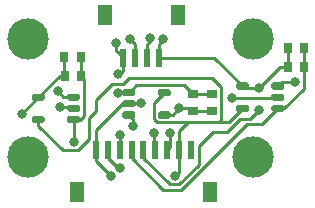
<source format=gbr>
%TF.GenerationSoftware,KiCad,Pcbnew,5.1.10*%
%TF.CreationDate,2021-07-28T23:02:06-07:00*%
%TF.ProjectId,exocam_charge_amp,65786f63-616d-45f6-9368-617267655f61,rev?*%
%TF.SameCoordinates,Original*%
%TF.FileFunction,Copper,L1,Top*%
%TF.FilePolarity,Positive*%
%FSLAX46Y46*%
G04 Gerber Fmt 4.6, Leading zero omitted, Abs format (unit mm)*
G04 Created by KiCad (PCBNEW 5.1.10) date 2021-07-28 23:02:06*
%MOMM*%
%LPD*%
G01*
G04 APERTURE LIST*
%TA.AperFunction,SMDPad,CuDef*%
%ADD10R,1.200000X1.800000*%
%TD*%
%TA.AperFunction,SMDPad,CuDef*%
%ADD11R,0.600000X1.550000*%
%TD*%
%TA.AperFunction,SMDPad,CuDef*%
%ADD12R,0.900000X0.725000*%
%TD*%
%TA.AperFunction,SMDPad,CuDef*%
%ADD13R,0.725000X0.900000*%
%TD*%
%TA.AperFunction,ComponentPad*%
%ADD14C,3.500000*%
%TD*%
%TA.AperFunction,ViaPad*%
%ADD15C,0.800000*%
%TD*%
%TA.AperFunction,Conductor*%
%ADD16C,0.250000*%
%TD*%
G04 APERTURE END LIST*
%TO.P,U3,4*%
%TO.N,UNAMP3*%
%TA.AperFunction,SMDPad,CuDef*%
G36*
G01*
X62089200Y-65651600D02*
X62089200Y-65351600D01*
G75*
G02*
X62239200Y-65201600I150000J0D01*
G01*
X63039200Y-65201600D01*
G75*
G02*
X63189200Y-65351600I0J-150000D01*
G01*
X63189200Y-65651600D01*
G75*
G02*
X63039200Y-65801600I-150000J0D01*
G01*
X62239200Y-65801600D01*
G75*
G02*
X62089200Y-65651600I0J150000D01*
G01*
G37*
%TD.AperFunction*%
%TO.P,U3,3*%
%TO.N,VGND*%
%TA.AperFunction,SMDPad,CuDef*%
G36*
G01*
X59089200Y-65651600D02*
X59089200Y-65351600D01*
G75*
G02*
X59239200Y-65201600I150000J0D01*
G01*
X60039200Y-65201600D01*
G75*
G02*
X60189200Y-65351600I0J-150000D01*
G01*
X60189200Y-65651600D01*
G75*
G02*
X60039200Y-65801600I-150000J0D01*
G01*
X59239200Y-65801600D01*
G75*
G02*
X59089200Y-65651600I0J150000D01*
G01*
G37*
%TD.AperFunction*%
%TO.P,U3,2*%
%TO.N,GND*%
%TA.AperFunction,SMDPad,CuDef*%
G36*
G01*
X59089200Y-64701600D02*
X59089200Y-64401600D01*
G75*
G02*
X59239200Y-64251600I150000J0D01*
G01*
X60039200Y-64251600D01*
G75*
G02*
X60189200Y-64401600I0J-150000D01*
G01*
X60189200Y-64701600D01*
G75*
G02*
X60039200Y-64851600I-150000J0D01*
G01*
X59239200Y-64851600D01*
G75*
G02*
X59089200Y-64701600I0J150000D01*
G01*
G37*
%TD.AperFunction*%
%TO.P,U3,5*%
%TO.N,+3V3*%
%TA.AperFunction,SMDPad,CuDef*%
G36*
G01*
X62089200Y-63751600D02*
X62089200Y-63451600D01*
G75*
G02*
X62239200Y-63301600I150000J0D01*
G01*
X63039200Y-63301600D01*
G75*
G02*
X63189200Y-63451600I0J-150000D01*
G01*
X63189200Y-63751600D01*
G75*
G02*
X63039200Y-63901600I-150000J0D01*
G01*
X62239200Y-63901600D01*
G75*
G02*
X62089200Y-63751600I0J150000D01*
G01*
G37*
%TD.AperFunction*%
%TO.P,U3,1*%
%TO.N,AMP3*%
%TA.AperFunction,SMDPad,CuDef*%
G36*
G01*
X59089200Y-63751600D02*
X59089200Y-63451600D01*
G75*
G02*
X59239200Y-63301600I150000J0D01*
G01*
X60039200Y-63301600D01*
G75*
G02*
X60189200Y-63451600I0J-150000D01*
G01*
X60189200Y-63751600D01*
G75*
G02*
X60039200Y-63901600I-150000J0D01*
G01*
X59239200Y-63901600D01*
G75*
G02*
X59089200Y-63751600I0J150000D01*
G01*
G37*
%TD.AperFunction*%
%TD*%
D10*
%TO.P,J2,5*%
%TO.N,Net-(J2-Pad5)*%
X63782500Y-57042500D03*
X57582500Y-57042500D03*
D11*
%TO.P,J2,4*%
%TO.N,VGND*%
X59182500Y-60642500D03*
%TO.P,J2,3*%
%TO.N,UNAMP3*%
X60182500Y-60642500D03*
%TO.P,J2,2*%
%TO.N,VGND*%
X61182500Y-60642500D03*
%TO.P,J2,1*%
%TO.N,UNAMP2*%
X62182500Y-60642500D03*
%TD*%
%TO.P,U2,4*%
%TO.N,UNAMP2*%
%TA.AperFunction,SMDPad,CuDef*%
G36*
G01*
X69813000Y-62897800D02*
X69813000Y-63197800D01*
G75*
G02*
X69663000Y-63347800I-150000J0D01*
G01*
X68863000Y-63347800D01*
G75*
G02*
X68713000Y-63197800I0J150000D01*
G01*
X68713000Y-62897800D01*
G75*
G02*
X68863000Y-62747800I150000J0D01*
G01*
X69663000Y-62747800D01*
G75*
G02*
X69813000Y-62897800I0J-150000D01*
G01*
G37*
%TD.AperFunction*%
%TO.P,U2,3*%
%TO.N,VGND*%
%TA.AperFunction,SMDPad,CuDef*%
G36*
G01*
X72813000Y-62897800D02*
X72813000Y-63197800D01*
G75*
G02*
X72663000Y-63347800I-150000J0D01*
G01*
X71863000Y-63347800D01*
G75*
G02*
X71713000Y-63197800I0J150000D01*
G01*
X71713000Y-62897800D01*
G75*
G02*
X71863000Y-62747800I150000J0D01*
G01*
X72663000Y-62747800D01*
G75*
G02*
X72813000Y-62897800I0J-150000D01*
G01*
G37*
%TD.AperFunction*%
%TO.P,U2,2*%
%TO.N,GND*%
%TA.AperFunction,SMDPad,CuDef*%
G36*
G01*
X72813000Y-63847800D02*
X72813000Y-64147800D01*
G75*
G02*
X72663000Y-64297800I-150000J0D01*
G01*
X71863000Y-64297800D01*
G75*
G02*
X71713000Y-64147800I0J150000D01*
G01*
X71713000Y-63847800D01*
G75*
G02*
X71863000Y-63697800I150000J0D01*
G01*
X72663000Y-63697800D01*
G75*
G02*
X72813000Y-63847800I0J-150000D01*
G01*
G37*
%TD.AperFunction*%
%TO.P,U2,5*%
%TO.N,+3V3*%
%TA.AperFunction,SMDPad,CuDef*%
G36*
G01*
X69813000Y-64797800D02*
X69813000Y-65097800D01*
G75*
G02*
X69663000Y-65247800I-150000J0D01*
G01*
X68863000Y-65247800D01*
G75*
G02*
X68713000Y-65097800I0J150000D01*
G01*
X68713000Y-64797800D01*
G75*
G02*
X68863000Y-64647800I150000J0D01*
G01*
X69663000Y-64647800D01*
G75*
G02*
X69813000Y-64797800I0J-150000D01*
G01*
G37*
%TD.AperFunction*%
%TO.P,U2,1*%
%TO.N,AMP2*%
%TA.AperFunction,SMDPad,CuDef*%
G36*
G01*
X72813000Y-64797800D02*
X72813000Y-65097800D01*
G75*
G02*
X72663000Y-65247800I-150000J0D01*
G01*
X71863000Y-65247800D01*
G75*
G02*
X71713000Y-65097800I0J150000D01*
G01*
X71713000Y-64797800D01*
G75*
G02*
X71863000Y-64647800I150000J0D01*
G01*
X72663000Y-64647800D01*
G75*
G02*
X72813000Y-64797800I0J-150000D01*
G01*
G37*
%TD.AperFunction*%
%TD*%
%TO.P,U1,4*%
%TO.N,UNAMP1*%
%TA.AperFunction,SMDPad,CuDef*%
G36*
G01*
X52515600Y-63832600D02*
X52515600Y-64132600D01*
G75*
G02*
X52365600Y-64282600I-150000J0D01*
G01*
X51565600Y-64282600D01*
G75*
G02*
X51415600Y-64132600I0J150000D01*
G01*
X51415600Y-63832600D01*
G75*
G02*
X51565600Y-63682600I150000J0D01*
G01*
X52365600Y-63682600D01*
G75*
G02*
X52515600Y-63832600I0J-150000D01*
G01*
G37*
%TD.AperFunction*%
%TO.P,U1,3*%
%TO.N,VGND*%
%TA.AperFunction,SMDPad,CuDef*%
G36*
G01*
X55515600Y-63832600D02*
X55515600Y-64132600D01*
G75*
G02*
X55365600Y-64282600I-150000J0D01*
G01*
X54565600Y-64282600D01*
G75*
G02*
X54415600Y-64132600I0J150000D01*
G01*
X54415600Y-63832600D01*
G75*
G02*
X54565600Y-63682600I150000J0D01*
G01*
X55365600Y-63682600D01*
G75*
G02*
X55515600Y-63832600I0J-150000D01*
G01*
G37*
%TD.AperFunction*%
%TO.P,U1,2*%
%TO.N,GND*%
%TA.AperFunction,SMDPad,CuDef*%
G36*
G01*
X55515600Y-64782600D02*
X55515600Y-65082600D01*
G75*
G02*
X55365600Y-65232600I-150000J0D01*
G01*
X54565600Y-65232600D01*
G75*
G02*
X54415600Y-65082600I0J150000D01*
G01*
X54415600Y-64782600D01*
G75*
G02*
X54565600Y-64632600I150000J0D01*
G01*
X55365600Y-64632600D01*
G75*
G02*
X55515600Y-64782600I0J-150000D01*
G01*
G37*
%TD.AperFunction*%
%TO.P,U1,5*%
%TO.N,+3V3*%
%TA.AperFunction,SMDPad,CuDef*%
G36*
G01*
X52515600Y-65732600D02*
X52515600Y-66032600D01*
G75*
G02*
X52365600Y-66182600I-150000J0D01*
G01*
X51565600Y-66182600D01*
G75*
G02*
X51415600Y-66032600I0J150000D01*
G01*
X51415600Y-65732600D01*
G75*
G02*
X51565600Y-65582600I150000J0D01*
G01*
X52365600Y-65582600D01*
G75*
G02*
X52515600Y-65732600I0J-150000D01*
G01*
G37*
%TD.AperFunction*%
%TO.P,U1,1*%
%TO.N,AMP1*%
%TA.AperFunction,SMDPad,CuDef*%
G36*
G01*
X55515600Y-65732600D02*
X55515600Y-66032600D01*
G75*
G02*
X55365600Y-66182600I-150000J0D01*
G01*
X54565600Y-66182600D01*
G75*
G02*
X54415600Y-66032600I0J150000D01*
G01*
X54415600Y-65732600D01*
G75*
G02*
X54565600Y-65582600I150000J0D01*
G01*
X55365600Y-65582600D01*
G75*
G02*
X55515600Y-65732600I0J-150000D01*
G01*
G37*
%TD.AperFunction*%
%TD*%
D12*
%TO.P,R8,2*%
%TO.N,AMP3*%
X66649600Y-63750600D03*
%TO.P,R8,1*%
%TO.N,UNAMP3*%
X66649600Y-65125600D03*
%TD*%
D13*
%TO.P,R6,2*%
%TO.N,AMP2*%
X74447400Y-59867800D03*
%TO.P,R6,1*%
%TO.N,UNAMP2*%
X73072400Y-59867800D03*
%TD*%
%TO.P,R3,2*%
%TO.N,AMP1*%
X55549800Y-60604400D03*
%TO.P,R3,1*%
%TO.N,UNAMP1*%
X54174800Y-60604400D03*
%TD*%
D11*
%TO.P,J1,9*%
%TO.N,Net-(J1-Pad9)*%
X64880000Y-68453000D03*
D10*
%TO.P,J1,10*%
%TO.N,Net-(J1-Pad10)*%
X66480000Y-72053000D03*
D11*
%TO.P,J1,8*%
%TO.N,+3V3*%
X63880000Y-68453000D03*
%TO.P,J1,7*%
%TO.N,UNAMP3*%
X62880000Y-68453000D03*
D10*
%TO.P,J1,10*%
%TO.N,Net-(J1-Pad10)*%
X55280000Y-72053000D03*
D11*
%TO.P,J1,6*%
%TO.N,AMP3*%
X61880000Y-68453000D03*
%TO.P,J1,5*%
%TO.N,UNAMP2*%
X60880000Y-68453000D03*
%TO.P,J1,4*%
%TO.N,AMP2*%
X59880000Y-68453000D03*
%TO.P,J1,3*%
%TO.N,UNAMP1*%
X58880000Y-68453000D03*
%TO.P,J1,2*%
%TO.N,AMP1*%
X57880000Y-68453000D03*
%TO.P,J1,1*%
%TO.N,GND*%
X56880000Y-68453000D03*
%TD*%
D12*
%TO.P,C3,2*%
%TO.N,AMP3*%
X65074800Y-63754000D03*
%TO.P,C3,1*%
%TO.N,UNAMP3*%
X65074800Y-65129000D03*
%TD*%
D13*
%TO.P,C2,2*%
%TO.N,AMP2*%
X74450800Y-61442600D03*
%TO.P,C2,1*%
%TO.N,UNAMP2*%
X73075800Y-61442600D03*
%TD*%
%TO.P,C1,2*%
%TO.N,AMP1*%
X55578600Y-62179200D03*
%TO.P,C1,1*%
%TO.N,UNAMP1*%
X54203600Y-62179200D03*
%TD*%
D14*
%TO.P,H1,1*%
%TO.N,N/C*%
X70117500Y-69055000D03*
%TD*%
%TO.P,H4,1*%
%TO.N,N/C*%
X51117500Y-59055000D03*
%TD*%
%TO.P,H3,1*%
%TO.N,N/C*%
X51117500Y-69055000D03*
%TD*%
%TO.P,H2,1*%
%TO.N,N/C*%
X70117500Y-59055000D03*
%TD*%
D15*
%TO.N,VGND*%
X53619400Y-63500000D03*
X59994800Y-66395600D03*
X73685400Y-62712600D03*
X58724800Y-62052200D03*
X58547000Y-59385200D03*
X61391800Y-58953400D03*
%TO.N,UNAMP1*%
X50571400Y-65405000D03*
X58877200Y-67208400D03*
%TO.N,UNAMP2*%
X62509400Y-59080400D03*
X70686750Y-63219150D03*
X70688200Y-65049400D03*
%TO.N,UNAMP3*%
X59715400Y-59055000D03*
X63901400Y-64942800D03*
X63144400Y-67005200D03*
%TO.N,AMP1*%
X58902600Y-69977000D03*
X54965600Y-67767200D03*
%TO.N,AMP3*%
X58750200Y-63601600D03*
X61737801Y-67065599D03*
%TO.N,+3V3*%
X63531750Y-70643750D03*
%TO.N,GND*%
X58166000Y-70675500D03*
X68351400Y-64033400D03*
X53771800Y-64846200D03*
X60706000Y-64490600D03*
%TD*%
D16*
%TO.N,VGND*%
X54102000Y-63982600D02*
X53619400Y-63500000D01*
X54965600Y-63982600D02*
X54102000Y-63982600D01*
X59994800Y-65857200D02*
X59639200Y-65501600D01*
X59994800Y-66395600D02*
X59994800Y-65857200D01*
X72598200Y-62712600D02*
X72263000Y-63047800D01*
X73685400Y-62712600D02*
X72598200Y-62712600D01*
X59182500Y-60349900D02*
X58929000Y-60096400D01*
X59182500Y-60642500D02*
X59182500Y-60349900D01*
X58547000Y-60007000D02*
X59182500Y-60642500D01*
X58547000Y-59385200D02*
X58547000Y-60007000D01*
X58724800Y-62052200D02*
X58877200Y-62052200D01*
X59182500Y-61746900D02*
X59182500Y-60642500D01*
X58877200Y-62052200D02*
X59182500Y-61746900D01*
X61391800Y-58953400D02*
X61391800Y-59283600D01*
X61182500Y-59492900D02*
X61182500Y-60642500D01*
X61391800Y-59283600D02*
X61182500Y-59492900D01*
%TO.N,UNAMP1*%
X50571400Y-65376800D02*
X51965600Y-63982600D01*
X50571400Y-65405000D02*
X50571400Y-65376800D01*
X54174800Y-62150400D02*
X54203600Y-62179200D01*
X54174800Y-60604400D02*
X54174800Y-62150400D01*
X53769000Y-62179200D02*
X51965600Y-63982600D01*
X54203600Y-62179200D02*
X53769000Y-62179200D01*
X58880000Y-68453000D02*
X58877200Y-67208400D01*
X58877200Y-67208400D02*
X58880000Y-67312800D01*
%TO.N,UNAMP2*%
X73072400Y-61439200D02*
X73075800Y-61442600D01*
X73072400Y-59867800D02*
X73072400Y-61439200D01*
X66857700Y-60642500D02*
X69263000Y-63047800D01*
X62182500Y-60642500D02*
X66857700Y-60642500D01*
X72463300Y-61442600D02*
X70686750Y-63219150D01*
X73075800Y-61442600D02*
X72463300Y-61442600D01*
X70686750Y-63219150D02*
X70662800Y-63243100D01*
X70688200Y-65049400D02*
X69926200Y-65811400D01*
X69035810Y-65811400D02*
X67919600Y-66927610D01*
X69926200Y-65811400D02*
X69035810Y-65811400D01*
X67919600Y-66927610D02*
X66752590Y-66927610D01*
X66752590Y-66927610D02*
X65557400Y-68122800D01*
X63135749Y-71368751D02*
X60880000Y-69113002D01*
X63879751Y-71368751D02*
X63135749Y-71368751D01*
X60880000Y-69113002D02*
X60880000Y-68453000D01*
X65557400Y-69691102D02*
X63879751Y-71368751D01*
X65557400Y-68122800D02*
X65557400Y-69691102D01*
X69434350Y-63219150D02*
X69263000Y-63047800D01*
X70686750Y-63219150D02*
X69434350Y-63219150D01*
X62509400Y-59080400D02*
X62509400Y-59182000D01*
X62182500Y-59508900D02*
X62182500Y-60642500D01*
X62509400Y-59182000D02*
X62182500Y-59508900D01*
%TO.N,UNAMP3*%
X65078200Y-65125600D02*
X65074800Y-65129000D01*
X66649600Y-65125600D02*
X65078200Y-65125600D01*
X60182500Y-59522100D02*
X60182500Y-60642500D01*
X59715400Y-59055000D02*
X60182500Y-59522100D01*
X63901400Y-64942800D02*
X63901400Y-64942800D01*
X64888600Y-64942800D02*
X65074800Y-65129000D01*
X63901400Y-64942800D02*
X64888600Y-64942800D01*
X63144400Y-68188600D02*
X62880000Y-68453000D01*
X63144400Y-67005200D02*
X63144400Y-68188600D01*
X63342600Y-65501600D02*
X63901400Y-64942800D01*
X62639200Y-65501600D02*
X63342600Y-65501600D01*
%TO.N,AMP1*%
X55549800Y-62150400D02*
X55578600Y-62179200D01*
X55549800Y-60604400D02*
X55549800Y-62150400D01*
X55840610Y-62441210D02*
X55578600Y-62179200D01*
X55840610Y-65557590D02*
X55840610Y-62441210D01*
X55515600Y-65882600D02*
X55840610Y-65557590D01*
X54965600Y-65882600D02*
X55515600Y-65882600D01*
X57880000Y-69113002D02*
X58743998Y-69977000D01*
X57880000Y-68453000D02*
X57880000Y-69113002D01*
X58743998Y-69977000D02*
X58902600Y-69977000D01*
X58902600Y-69977000D02*
X58902600Y-69977000D01*
X54965600Y-67767200D02*
X54965600Y-65882600D01*
%TO.N,AMP2*%
X74447400Y-61439200D02*
X74450800Y-61442600D01*
X74447400Y-59867800D02*
X74447400Y-61439200D01*
X72813000Y-64947800D02*
X72263000Y-64947800D01*
X74450800Y-63310000D02*
X72813000Y-64947800D01*
X74450800Y-61442600D02*
X74450800Y-63310000D01*
X59880000Y-68453000D02*
X59880000Y-69113002D01*
X59880000Y-69125600D02*
X59880000Y-68453000D01*
X62573161Y-71818761D02*
X59880000Y-69125600D01*
X69623502Y-66261410D02*
X64066151Y-71818761D01*
X64066151Y-71818761D02*
X62573161Y-71818761D01*
X70949390Y-66261410D02*
X69623502Y-66261410D01*
X72263000Y-64947800D02*
X70949390Y-66261410D01*
%TO.N,AMP3*%
X65078200Y-63750600D02*
X65074800Y-63754000D01*
X66649600Y-63750600D02*
X65078200Y-63750600D01*
X60264210Y-62976590D02*
X59639200Y-63601600D01*
X64297390Y-62976590D02*
X60264210Y-62976590D01*
X65074800Y-63754000D02*
X64297390Y-62976590D01*
X59639200Y-63601600D02*
X58750200Y-63601600D01*
X58750200Y-63601600D02*
X58750200Y-63601600D01*
X61737801Y-68310801D02*
X61880000Y-68453000D01*
X61737801Y-67065599D02*
X61737801Y-68310801D01*
%TO.N,+3V3*%
X63531750Y-70643750D02*
X63658750Y-70643750D01*
X63880000Y-70422500D02*
X63880000Y-68453000D01*
X63658750Y-70643750D02*
X63880000Y-70422500D01*
X68084190Y-66126610D02*
X69263000Y-64947800D01*
X67248790Y-66126610D02*
X68084190Y-66126610D01*
X67424601Y-63128099D02*
X66696703Y-62400201D01*
X66696703Y-62400201D02*
X59618831Y-62400201D01*
X67424601Y-65950799D02*
X67424601Y-63128099D01*
X67248790Y-66126610D02*
X67424601Y-65950799D01*
X56254999Y-65764033D02*
X56843916Y-65175116D01*
X56254999Y-67550803D02*
X56254999Y-65764033D01*
X55313601Y-68492201D02*
X56254999Y-67550803D01*
X54065001Y-68492201D02*
X55313601Y-68492201D01*
X56843916Y-65175116D02*
X56429991Y-65589041D01*
X59142433Y-62876599D02*
X58198999Y-62876599D01*
X59618831Y-62400201D02*
X59142433Y-62876599D01*
X51965600Y-66392800D02*
X54065001Y-68492201D01*
X51965600Y-65882600D02*
X51965600Y-66392800D01*
X56843916Y-64231682D02*
X58198999Y-62876599D01*
X56843916Y-65175116D02*
X56843916Y-64231682D01*
X62042442Y-66126610D02*
X64170810Y-66126610D01*
X61764190Y-65848358D02*
X62042442Y-66126610D01*
X61764190Y-64476610D02*
X61764190Y-65848358D01*
X62639200Y-63601600D02*
X61764190Y-64476610D01*
X63880000Y-66879200D02*
X64632590Y-66126610D01*
X63880000Y-68453000D02*
X63880000Y-66879200D01*
X64632590Y-66126610D02*
X67248790Y-66126610D01*
X64170810Y-66126610D02*
X64632590Y-66126610D01*
%TO.N,GND*%
X56880000Y-69389500D02*
X56880000Y-68453000D01*
X58166000Y-70675500D02*
X56880000Y-69389500D01*
X72202000Y-64058800D02*
X72263000Y-63997800D01*
X56880000Y-66760800D02*
X56880000Y-68453000D01*
X59089200Y-64551600D02*
X56880000Y-66760800D01*
X59639200Y-64551600D02*
X59089200Y-64551600D01*
X54879200Y-64846200D02*
X54965600Y-64932600D01*
X53771800Y-64846200D02*
X54879200Y-64846200D01*
X59639200Y-64551600D02*
X60035400Y-64551600D01*
X72227400Y-64033400D02*
X72263000Y-63997800D01*
X68351400Y-64033400D02*
X72227400Y-64033400D01*
X59639200Y-64551600D02*
X60706000Y-64490600D01*
X60706000Y-64490600D02*
X60645000Y-64551600D01*
%TD*%
M02*

</source>
